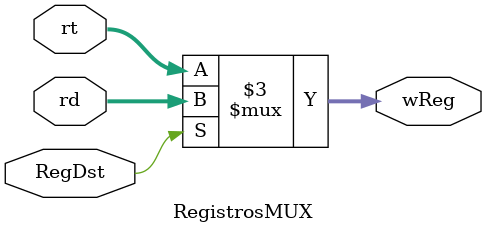
<source format=v>
`timescale 1ns / 1ps
module RegistrosMUX( 
			input [4:0] rt, rd,
			input RegDst,
			output reg [4:0] wReg
    );

always @*
	begin
		if(RegDst)
			wReg = rd;
		else
			wReg = rt;
	end

endmodule

</source>
